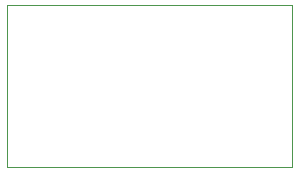
<source format=gbr>
%TF.GenerationSoftware,KiCad,Pcbnew,(5.1.9)-1*%
%TF.CreationDate,2021-04-13T21:36:38+02:00*%
%TF.ProjectId,PS-DC-3V3-2A,50532d44-432d-4335-9633-2d32412e6b69,V1.0*%
%TF.SameCoordinates,Original*%
%TF.FileFunction,Profile,NP*%
%FSLAX46Y46*%
G04 Gerber Fmt 4.6, Leading zero omitted, Abs format (unit mm)*
G04 Created by KiCad (PCBNEW (5.1.9)-1) date 2021-04-13 21:36:38*
%MOMM*%
%LPD*%
G01*
G04 APERTURE LIST*
%TA.AperFunction,Profile*%
%ADD10C,0.050000*%
%TD*%
G04 APERTURE END LIST*
D10*
X135890000Y-93980000D02*
X160020000Y-93980000D01*
X135890000Y-107696000D02*
X135890000Y-93980000D01*
X160020000Y-107696000D02*
X135890000Y-107696000D01*
X160020000Y-93980000D02*
X160020000Y-107696000D01*
M02*

</source>
